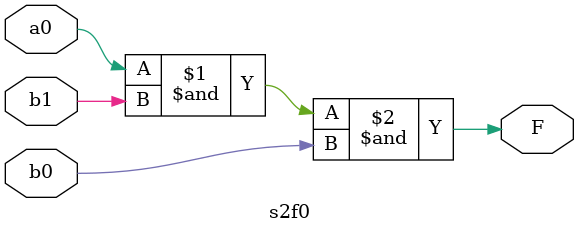
<source format=v>
module s2f0 (a0, b1, b0, F);
	input a0, b0, b1;
	output F;
	
	assign F = a0 & b1 & b0;
endmodule 
</source>
